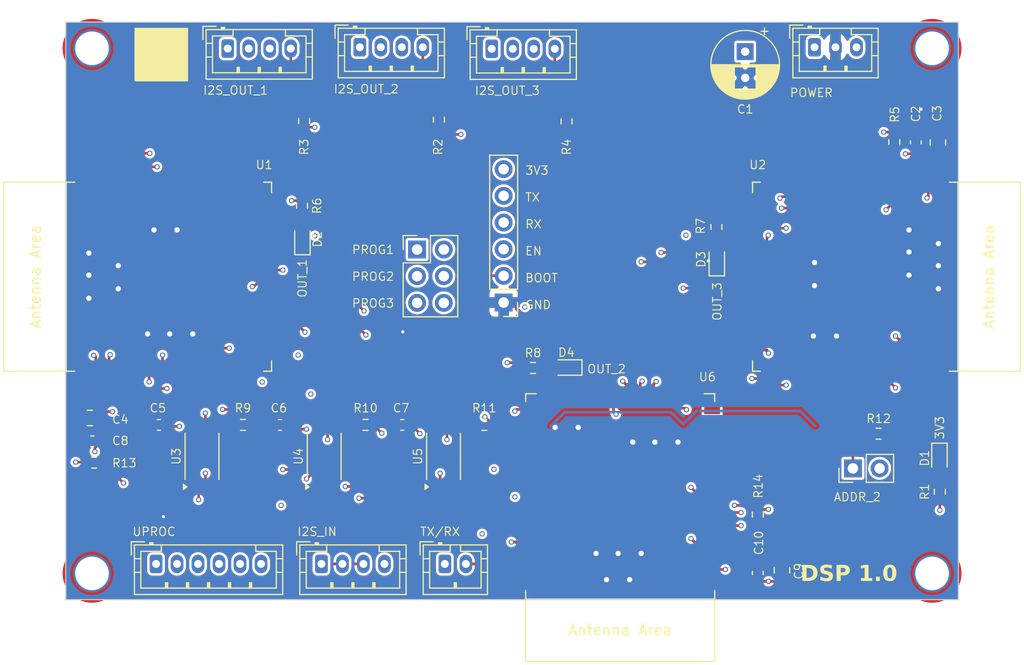
<source format=kicad_pcb>
(kicad_pcb (version 20240108) (generator "pcbnew") (generator_version "8.0")
  (layers (0 "F.Cu" signal) (1 "In1.Cu" signal) (2 "In2.Cu" signal) (31 "B.Cu" signal) (34 "B.Paste" user) (35 "F.Paste" user) (36 "B.SilkS" user "B.Silkscreen") (37 "F.SilkS" user "F.Silkscreen") (38 "B.Mask" user) (39 "F.Mask" user) (44 "Edge.Cuts" user))
  (net 0 "")
  (net 1 "GND")
  (net 2 "3V3")
  (net 3 "5V")
  (net 4 "Net-(D2-A)")
  (net 5 "I2S_IN_LRCLK")
  (net 6 "I2S_IN_DATA")
  (net 7 "I2S_IN_BCLK")
  (net 8 "I2S_OUT_1_DATA")
  (net 9 "I2S_OUT_2_DATA")
  (net 10 "I2S_OUT_3_DATA")
  (net 11 "I2S_IN_MCLK")
  (net 12 "Net-(D4-A)")
  (net 13 "EN1")
  (net 14 "EN")
  (net 15 "TX")
  (net 16 "RX")
  (net 17 "BOOT")
  (net 19 "ADDR")
  (net 20 "SCL")
  (net 21 "SDA")
  (net 22 "PROCESS_1")
  (net 23 "PROCESS_2")
  (net 24 "PROCESS_3")
  (net 25 "Net-(D1-A)")
  (net 26 "Net-(D3-A)")
  (net 64 "EN2")
  (net 65 "EN3")
  (net 66 "Net-(U2-GPIO4{slash}TOUCH4{slash}ADC1_CH3)")
  (net 67 "Net-(U6-GPIO4{slash}TOUCH4{slash}ADC1_CH3)")
  (net 68 "Net-(U3-OUT2)")
  (net 96 "Net-(U1-GPIO4{slash}TOUCH4{slash}ADC1_CH3)")
  (net 97 "I2S_BCLK")
  (net 98 "I2S_MCLK")
  (net 99 "I2S_LRCLK")
  (net 100 "I2S_OUT_MCLK")
  (net 105 "I2S_OUT_BCLK")
  (net 108 "I2S_OUT_LRCLK")
  (net 109 "Net-(U4-OUT2)")
  (net 110 "Net-(U5-OUT2)")
  (footprint "MountingHole:MountingHole_3.2mm_M3_DIN965_Pad_TopOnly" (layer "F.Cu") (at 31.1364 29.765)
    (property "Reference" "H1" (hide yes))
    (property "Value" "MountingHole")
  )
  (footprint "Connector_JST:JST_PH_B6B-PH-K_1x06_P2.00mm_Vertical" (layer "F.Cu") (at 37.2364 78.865)
    (property "Reference" "J8" (hide yes))
    (property "Value" "Conn_01x06_Pin")
  )
  (footprint "MountingHole:MountingHole_3.2mm_M3_DIN965_Pad_TopOnly" (layer "F.Cu") (at 111.1364 29.765)
    (property "Reference" "H2" (hide yes))
    (property "Value" "MountingHole")
  )
  (footprint "Resistor_SMD:R_0603_1608Metric" (layer "F.Cu") (at 90.5964 46.7775 -90)
    (property "Reference" "R7")
    (property "Value" "150R")
  )
  (footprint "Capacitor_SMD:C_0805_2012Metric_Pad1.18x1.45mm_HandSolder" (layer "F.Cu") (at 111.6864 38.74 90)
    (property "Reference" "C3")
    (property "Value" "10u")
  )
  (footprint "Resistor_SMD:R_0603_1608Metric" (layer "F.Cu") (at 64.1739 36.565 90)
    (property "Reference" "R2")
    (property "Value" "22R")
  )
  (footprint "Resistor_SMD:R_0603_1608Metric" (layer "F.Cu") (at 73.1364 60.205)
    (property "Reference" "R8")
    (property "Value" "150R")
  )
  (footprint "PCM_Espressif:ESP32-S3-WROOM-1" (layer "F.Cu") (at 81.4364 72.405 180)
    (property "Reference" "U6")
    (property "Value" "ESP32-S3-WROOM-1")
  )
  (footprint "Resistor_SMD:R_0603_1608Metric" (layer "F.Cu") (at 68.4864 65.6275)
    (property "Reference" "R11")
    (property "Value" "22R")
  )
  (footprint "Resistor_SMD:R_0603_1608Metric" (layer "F.Cu") (at 31.3364 69.215)
    (property "Reference" "R13")
    (property "Value" "4.7K")
  )
  (footprint "MountingHole:MountingHole_3.2mm_M3_DIN965_Pad_TopOnly" (layer "F.Cu") (at 111.1364 79.765)
    (property "Reference" "H4" (hide yes))
    (property "Value" "MountingHole")
  )
  (footprint "Connector_JST:JST_PH_B4B-PH-K_1x04_P2.00mm_Vertical" (layer "F.Cu") (at 69.2031 29.815)
    (property "Reference" "J4" (hide yes))
    (property "Value" "Conn_01x04_Pin")
  )
  (footprint "Resistor_SMD:R_0603_1608Metric" (layer "F.Cu") (at 57.1864 65.6275)
    (property "Reference" "R10")
    (property "Value" "22R")
  )
  (footprint "PCM_Espressif:ESP32-S3-WROOM-1" (layer "F.Cu") (at 103.7864 51.515 -90)
    (property "Reference" "U2")
    (property "Value" "ESP32-S3-WROOM-1")
  )
  (footprint "PCM_Espressif:ESP32-S3-WROOM-1" (layer "F.Cu") (at 38.4864 51.515 90)
    (property "Reference" "U1")
    (property "Value" "ESP32-S3-WROOM-1")
  )
  (footprint "Connector_PinHeader_2.54mm:PinHeader_1x02_P2.54mm_Vertical" (layer "F.Cu") (at 103.5964 69.765 90)
    (property "Reference" "J7" (hide yes))
    (property "Value" "Conn_01x02_Pin")
  )
  (footprint "Resistor_SMD:R_0603_1608Metric" (layer "F.Cu") (at 111.8764 71.99 90)
    (property "Reference" "R1")
    (property "Value" "150R")
  )
  (footprint "Capacitor_SMD:C_0805_2012Metric_Pad1.18x1.45mm_HandSolder" (layer "F.Cu") (at 96.8364 79.465 90)
    (property "Reference" "C9")
    (property "Value" "10u")
  )
  (footprint "Capacitor_SMD:C_0603_1608Metric_Pad1.08x0.95mm_HandSolder" (layer "F.Cu") (at 49.0364 65.6275 180)
    (property "Reference" "C6")
    (property "Value" "0.1u")
  )
  (footprint "Connector_JST:JST_PH_B3B-PH-K_1x03_P2.00mm_Vertical" (layer "F.Cu") (at 99.9364 29.665)
    (property "Reference" "J2" (hide yes))
    (property "Value" "Conn_01x03_Pin")
  )
  (footprint "Resistor_SMD:R_0603_1608Metric" (layer "F.Cu") (at 45.5114 65.6275)
    (property "Reference" "R9")
    (property "Value" "22R")
  )
  (footprint "Connector_JST:JST_PH_B4B-PH-K_1x04_P2.00mm_Vertical" (layer "F.Cu") (at 52.9864 78.865)
    (property "Reference" "J9" (hide yes))
    (property "Value" "Conn_01x04_Pin")
  )
  (footprint "Resistor_SMD:R_0603_1608Metric" (layer "F.Cu") (at 107.5364 38.69 -90)
    (property "Reference" "R5")
    (property "Value" "4.7K")
  )
  (footprint "Capacitor_SMD:C_0603_1608Metric_Pad1.08x0.95mm_HandSolder" (layer "F.Cu") (at 31.1664 67.19 180)
    (property "Reference" "C8")
    (property "Value" "0.1u")
  )
  (footprint "MountingHole:MountingHole_3.2mm_M3_DIN965_Pad_TopOnly" (layer "F.Cu") (at 31.1364 79.765)
    (property "Reference" "H3" (hide yes))
    (property "Value" "MountingHole")
  )
  (footprint "Connector_JST:JST_PH_B4B-PH-K_1x04_P2.00mm_Vertical" (layer "F.Cu") (at 56.6364 29.665)
    (property "Reference" "J1" (hide yes))
    (property "Value" "Conn_01x04_Pin")
  )
  (footprint "Connector_PinHeader_2.54mm:PinHeader_2x03_P2.54mm_Vertical" (layer "F.Cu") (at 62.0964 48.925)
    (property "Reference" "J5" (hide yes))
    (property "Value" "Conn_02x03_Odd_Even")
  )
  (footprint "Diode_SMD:D_0603_1608Metric" (layer "F.Cu") (at 111.8364 68.8525 -90)
    (property "Reference" "D1")
    (property "Value" "BLUE")
  )
  (footprint "Connector_PinHeader_2.54mm:PinHeader_1x06_P2.54mm_Vertical" (layer "F.Cu") (at 70.3364 53.975 180)
    (property "Reference" "J6" (hide yes))
    (property "Value" "Conn_01x06_Pin")
  )
  (footprint "Capacitor_THT:CP_Radial_D6.3mm_P2.50mm" (layer "F.Cu") (at 93.3364 30.082621 -90)
    (property "Reference" "C1")
    (property "Value" "220u")
  )
  (footprint "Diode_SMD:D_0603_1608Metric" (layer "F.Cu") (at 76.3114 60.165 180)
    (property "Reference" "D4")
    (property "Value" "BLUE")
  )
  (footprint "Capacitor_SMD:C_0805_2012Metric_Pad1.18x1.45mm_HandSolder" (layer "F.Cu") (at 30.9364 64.965 180)
    (property "Reference" "C4")
    (property "Value" "10u")
  )
  (footprint "Connector_JST:JST_PH_B2B-PH-K_1x02_P2.00mm_Vertical" (layer "F.Cu") (at 64.7364 78.865)
    (property "Reference" "J10" (hide yes))
    (property "Value" "Conn_01x02_Pin")
  )
  (footprint "Capacitor_SMD:C_0603_1608Metric_Pad1.08x0.95mm_HandSolder" (layer "F.Cu") (at 94.5364 79.7275 90)
    (property "Reference" "C10")
    (property "Value" "0.1u")
  )
  (footprint "Capacitor_SMD:C_0603_1608Metric_Pad1.08x0.95mm_HandSolder" (layer "F.Cu") (at 60.6739 65.6275 180)
    (property "Reference" "C7")
    (property "Value" "0.1u")
  )
  (footprint "Resistor_SMD:R_0603_1608Metric" (layer "F.Cu") (at 76.3241 36.715 90)
    (property "Reference" "R4")
    (property "Value" "22R")
  )
  (footprint "Capacitor_SMD:C_0603_1608Metric_Pad1.08x0.95mm_HandSolder" (layer "F.Cu") (at 37.5114 65.6275 180)
    (property "Reference" "C5")
    (property "Value" "0.1u")
  )
  (footprint "Capacitor_SMD:C_0603_1608Metric_Pad1.08x0.95mm_HandSolder" (layer "F.Cu") (at 109.5864 38.715 90)
    (property "Reference" "C2")
    (property "Value" "0.1u")
  )
  (footprint "Package_SO:TSSOP-8_4.4x3mm_P0.65mm" (layer "F.Cu") (at 64.6114 68.6275 90)
    (property "Reference" "U5")
    (property "Value" "PI6CV304")
  )
  (footprint "Diode_SMD:D_0603_1608Metric" (layer "F.Cu") (at 90.6364 49.9525 90)
    (property "Reference" "D3")
    (property "Value" "BLUE")
  )
  (footprint "Package_SO:TSSOP-8_4.4x3mm_P0.65mm" (layer "F.Cu") (at 41.6114 68.6275 90)
    (property "Reference" "U3")
    (property "Value" "PI6CV304")
  )
  (footprint "Diode_SMD:D_0603_1608Metric" (layer "F.Cu") (at 51.1764 47.94 90)
    (property "Reference" "D2")
    (property "Value" "BLUE")
  )
  (footprint "Connector_JST:JST_PH_B4B-PH-K_1x04_P2.00mm_Vertical" (layer "F.Cu") (at 44.0614 29.79)
    (property "Reference" "J3" (hide yes))
    (property "Value" "Conn_01x04_Pin")
  )
  (footprint "Package_SO:TSSOP-8_4.4x3mm_P0.65mm" (layer "F.Cu") (at 53.2489 68.6275 90)
    (property "Reference" "U4")
    (property "Value" "PI6CV304")
  )
  (footprint "Resistor_SMD:R_0603_1608Metric" (layer "F.Cu") (at 106.0464 66.465)
    (property "Reference" "R12")
    (property "Value" "4.7K")
  )
  (footprint "Resistor_SMD:R_0603_1608Metric" (layer "F.Cu") (at 51.3364 36.69 90)
    (property "Reference" "R3")
    (property "Value" "22R")
  )
  (footprint "Resistor_SMD:R_0603_1608Metric" (layer "F.Cu") (at 94.5364 74.165 -90)
    (property "Reference" "R14")
    (property "Value" "4.7K")
  )
  (footprint "Resistor_SMD:R_0603_1608Metric" (layer "F.Cu") (at 51.1364 44.765 -90)
    (property "Reference" "R6")
    (property "Value" "150R")
  )
  (gr_rect (start 35.2364 27.865) (end 40.2364 32.865) (stroke (width 0.1)) (fill solid) (layer "F.SilkS"))
  (gr_line (start 28.6364 72.265) (end 28.6364 27.265) (stroke (width 0.1)) (layer "Edge.Cuts"))
  (gr_line (start 28.6364 82.265) (end 28.6364 72.265) (stroke (width 0.1)) (layer "Edge.Cuts"))
  (gr_line (start 113.6364 82.265) (end 113.6364 27.265) (stroke (width 0.1)) (layer "Edge.Cuts"))
  (gr_line (start 28.6364 27.265) (end 113.6364 27.265) (stroke (width 0.1)) (layer "Edge.Cuts"))
  (gr_line (start 28.6364 82.265) (end 113.6364 82.265) (stroke (width 0.1)) (layer "Edge.Cuts"))
  (gr_text "3V3" (at 112.3364 67.065 90) (layer "F.SilkS") (effects (font (size 0.8 0.8) (thickness 0.1)) (justify left bottom)))
  (gr_text "DSP 1.0" (at 107.8364 80.74 0) (layer "F.SilkS") (effects (font (size 1.5 1.5) (thickness 0.1) (bold yes)) (justify right bottom)))
  (gr_text "I2S_OUT_3" (at 67.5364 34.265 0) (layer "F.SilkS") (effects (font (size 0.8 0.8) (thickness 0.1)) (justify left bottom)))
  (gr_text "I2S_IN" (at 50.6364 76.265 0) (layer "F.SilkS") (effects (font (size 0.8 0.8) (thickness 0.1)) (justify left bottom)))
  (gr_text "ADDR_2" (at 101.7214 72.965 0) (layer "F.SilkS") (effects (font (size 0.8 0.8) (thickness 0.1)) (justify left bottom)))
  (gr_text "3V3\n" (at 72.3364 41.865 0) (layer "F.SilkS") (effects (font (size 0.8 0.8) (thickness 0.1)) (justify left bottom)))
  (gr_text "OUT_2\n" (at 78.2364 60.773 0) (layer "F.SilkS") (effects (font (size 0.8 0.8) (thickness 0.1)) (justify left bottom)))
  (gr_text "PROG3" (at 55.8364 54.515 0) (layer "F.SilkS") (effects (font (size 0.8 0.8) (thickness 0.1)) (justify left bottom)))
  (gr_text "OUT_1" (at 51.6364 53.565 90) (layer "F.SilkS") (effects (font (size 0.8 0.8) (thickness 0.1)) (justify left bottom)))
  (gr_text "EN" (at 72.3364 49.545 0) (layer "F.SilkS") (effects (font (size 0.8 0.8) (thickness 0.1)) (justify left bottom)))
  (gr_text "PROG1\n" (at 55.8364 49.415 0) (layer "F.SilkS") (effects (font (size 0.8 0.8) (thickness 0.1)) (justify left bottom)))
  (gr_text "BOOT\n" (at 72.3364 52.105 0) (layer "F.SilkS") (effects (font (size 0.8 0.8) (thickness 0.1)) (justify left bottom)))
  (gr_text "OUT_3" (at 91.1364 55.765 90) (layer "F.SilkS") (effects (font (size 0.8 0.8) (thickness 0.1)) (justify left bottom)))
  (gr_text "I2S_OUT_1" (at 41.6614 34.24 0) (layer "F.SilkS") (effects (font (size 0.8 0.8) (thickness 0.1)) (justify left bottom)))
  (gr_text "RX" (at 72.3364 46.985 0) (layer "F.SilkS") (effects (font (size 0.8 0.8) (thickness 0.1)) (justify left bottom)))
  (gr_text "PROG2" (at 55.8364 51.965 0) (layer "F.SilkS") (effects (font (size 0.8 0.8) (thickness 0.1)) (justify left bottom)))
  (gr_text "I2S_OUT_2" (at 54.0989 34.115 0) (layer "F.SilkS") (effects (font (size 0.8 0.8) (thickness 0.1)) (justify left bottom)))
  (gr_text "TX/RX" (at 62.3364 76.265 0) (layer "F.SilkS") (effects (font (size 0.8 0.8) (thickness 0.1)) (justify left bottom)))
  (gr_text "UPROC" (at 34.9364 76.265 0) (layer "F.SilkS") (effects (font (size 0.8 0.8) (thickness 0.1)) (justify left bottom)))
  (gr_text "POWER" (at 97.5364 34.465 0) (layer "F.SilkS") (effects (font (size 0.8 0.8) (thickness 0.1)) (justify left bottom)))
  (gr_text "TX\n" (at 72.3364 44.425 0) (layer "F.SilkS") (effects (font (size 0.8 0.8) (thickness 0.1)) (justify left bottom)))
  (gr_text "GND\n" (at 72.3364 54.665 0) (layer "F.SilkS") (effects (font (size 0.8 0.8) (thickness 0.1)) (justify left bottom)))
  (segment (start 112.8368 40.8479) (end 112.0464 41.6383) (width 0.25) (layer "F.Cu") (net 1))
  (segment (start 38.3598 53.015) (end 38.7731 53.015) (width 0.25) (layer "F.Cu") (net 1))
  (segment (start 103.0864 49.0283) (end 103.4997 48.615) (width 0.25) (layer "F.Cu") (net 1))
  (segment (start 65.5864 71.49) (end 65.5864 70.6128) (width 0.25) (layer "F.Cu") (net 1))
  (segment (start 82.9364 72.945) (end 82.9364 73.5183) (width 0.25) (layer "F.Cu") (net 1))
  (segment (start 58.6036 67.1103) (end 59.0582 67.1103) (width 0.25) (layer "F.Cu") (net 1))
  (segment (start 43.3799 70.6965) (end 40.4073 67.724) (width 0.25) (layer "F.Cu") (net 1))
  (segment (start 70.3364 53.965) (end 71.5631 53.965) (width 0.25) (layer "F.Cu") (net 1))
  (segment (start 36.2087 66.0677) (end 30.3039 66.0677) (width 0.25) (layer "F.Cu") (net 1))
  (segment (start 39.3464 51.615) (end 40.1731 51.615) (width 0.25) (layer "F.Cu") (net 1))
  (segment (start 62.0508 67.0772) (end 59.8114 67.0772) (width 0.25) (layer "F.Cu") (net 1))
  (segment (start 42.9881 57.23) (end 47.9864 57.23) (width 0.25) (layer "F.Cu") (net 1))
  (segment (start 47.9864 44.53) (end 46.9856 44.53) (width 0.25) (layer "F.Cu") (net 1))
  (segment (start 104.3264 50.015) (end 105.7264 50.015) (width 0.25) (layer "F.Cu") (net 1))
  (segment (start 30.2264 64.6375) (end 30.2264 60.265) (width 0.25) (layer "F.Cu") (net 1))
  (segment (start 102.9264 48.765) (end 102.9264 49.0283) (width 0.25) (layer "F.Cu") (net 1))
  (segment (start 92.7364 80.665) (end 94.5364 78.865) (width 0.25) (layer "F.Cu") (net 1))
  (segment (start 112.0464 42.765) (end 112.0464 41.6383) (width 0.25) (layer "F.Cu") (net 1))
  (segment (start 110.0855 35.565) (end 109.5864 36.0641) (width 0.25) (layer "F.Cu") (net 1))
  (segment (start 54.7046 71.0093) (end 54.2239 71.49) (width 0.25) (layer "F.Cu") (net 1))
  (segment (start 82.9364 71.545) (end 84.3364 71.545) (width 0.25) (layer "F.Cu") (net 1))
  (segment (start 74.8498 64.0317) (end 74.4514 64.0317) (width 0.25) (layer "F.Cu") (net 1))
  (segment (start 103.9131 48.615) (end 103.4997 48.615) (width 0.25) (layer "F.Cu") (net 1))
  (segment (start 51.1764 48.7275) (end 49.1131 46.6642) (width 0.25) (layer "F.Cu") (net 1))
  (segment (start 40.1731 51.2166) (end 40.1731 51.615) (width 0.25) (layer "F.Cu") (net 1))
  (segment (start 38.7454 67.724) (end 36.6489 65.6275) (width 0.25) (layer "F.Cu") (net 1))
  (segment (start 59.8114 67.0772) (end 59.8114 65.6275) (width 0.25) (layer "F.Cu") (net 1))
  (segment (start 84.3364 71.545) (end 84.3364 72.1183) (width 0.25) (layer "F.Cu") (net 1))
  (segment (start 102.9264 49.0283) (end 103.0864 49.0283) (width 0.25) (layer "F.Cu") (net 1))
  (segment (start 38.3598 53.015) (end 37.9464 53.015) (width 0.25) (layer "F.Cu") (net 1))
  (segment (start 94.5364 78.865) (end 96.3989 78.865) (width 0.25) (layer "F.Cu") (net 1))
  (segment (start 50.7409 67.0457) (end 49.3171 67.0457) (width 0.25) (layer "F.Cu") (net 1))
  (segment (start 36.5464 54.415) (end 34.9497 54.415) (width 0.25) (layer "F.Cu") (net 1))
  (segment (start 104.3264 50.015) (end 104.3264 50.8417) (width 0.25) (layer "F.Cu") (net 1))
  (segment (start 37.9464 51.615) (end 36.5464 51.615) (width 0.25) (layer "F.Cu") (net 1))
  (segment (start 102.9264 50.015) (end 104.3264 50.015) (width 0.25) (layer "F.Cu") (net 1))
  (segment (start 90.1864 80.665) (end 92.7364 80.665) (width 0.25) (layer "F.Cu") (net 1))
  (segment (start 30.2264 60.265) (end 30.2264 59.1383) (width 0.25) (layer "F.Cu") (net 1))
  (segment (start 30.3039 65.37) (end 30.3039 66.0677) (width 0.25) (layer "F.Cu") (net 1))
  (segment (start 102.9264 49.0283) (end 102.9264 49.4417) (width 0.25) (layer "F.Cu") (net 1))
  (segment (start 81.5364 72.945) (end 82.9364 72.945) (width 0.25) (layer "F.Cu") (net 1))
  (segment (start 82.9364 74.345) (end 84.3364 74.345) (width 0.25) (layer "F.Cu") (net 1))
  (segment (start 39.3464 53.015) (end 39.3464 54.415) (width 0.25) (layer "F.Cu") (net 1))
  (segment (start 54.7046 71.0093) (end 58.6036 67.1103) (width 0.25) (layer "F.Cu") (net 1))
  (segment (start 39.3464 52.6016) (end 39.3464 52.1883) (width 0.25) (layer "F.Cu") (net 1))
  (segment (start 102.9264 51.415) (end 104.3264 51.415) (width 0.25) (layer "F.Cu") (net 1))
  (segment (start 37.9464 53.015) (end 36.5464 53.015) (width 0.25) (layer "F.Cu") (net 1))
  (segment (start 54.7046 71.0093) (end 50.7409 67.0457) (width 0.25) (layer "F.Cu") (net 1))
  (segment (start 75.4856 61.7783) (end 74.4514 61.7783) (width 0.25) (layer "F.Cu") (net 1))
  (segment (start 39.1865 52.6016) (end 38.7731 53.015) (width 0.25) (layer "F.Cu") (net 1))
  (segment (start 39.3464 53.015) (end 39.3464 52.6016) (width 0.25) (layer "F.Cu") (net 1))
  (segment (start 71.5631 54.6292) (end 71.5631 53.965) (width 0.25) (layer "F.Cu") (net 1))
  (segment (start 43.3799 70.6965) (end 48.1739 65.9025) (width 0.25) (layer "F.Cu") (net 1))
  (segment (start 38.7731 54.415) (end 39.3464 54.415) (width 0.25) (layer "F.Cu") (net 1))
  (segment (start 105.7264 51.415) (end 105.7264 52.2417) (width 0.25) (layer "F.Cu") (net 1))
  (segment (start 104.3264 51.415) (end 105.7264 51.415) (width 0.25) (layer "F.Cu") (net 1))
  (segment (start 77.0989 60.165) (end 71.5631 54.6292) (width 0.25) (layer "F.Cu") (net 1))
  (segment (start 39.3464 54.415) (end 40.1731 54.415) (width 0.25) (layer "F.Cu") (net 1))
  (segment (start 38.3598 54.415) (end 37.9464 54.415) (width 0.25) (layer "F.Cu") (net 1))
  (segment (start 82.9364 72.945) (end 84.3364 72.945) (width 0.25) (layer "F.Cu") (net 1))
  (segment (start 59.0582 67.1103) (end 59.0913 67.0772) (width 0.25) (layer "F.Cu") (net 1))
  (segment (start 42.5864 71.49) (end 43.3799 70.6965) (width 0.25) (layer "F.Cu") (net 1))
  (segment (start 102.9264 50.015) (end 102.9264 49.4417) (width 0.25) (layer "F.Cu") (net 1))
  (segment (start 82.9364 71.545) (end 81.5364 71.545) (width 0.25) (layer "F.Cu") (net 1))
  (segment (start 84.3364 72.945) (end 84.3364 72.1183) (width 0.25) (layer "F.Cu") (net 1))
  (segment (start 59.0913 67.0772) (end 59.8114 67.0772) (width 0.25) (layer "F.Cu") (net 1))
  (segment (start 90.6364 50.74) (end 93.1597 48.2167) (width 0.25) (layer "F.Cu") (net 1))
  (segment (start 39.3464 51.615) (end 37.9464 51.615) (width 0.25) (layer "F.Cu") (net 1))
  (segment (start 104.3264 51.415) (end 104.3264 50.8417) (width 0.25) (layer "F.Cu") (net 1))
  (segment (start 74.4514 62.905) (end 74.4514 64.0317) (width 0.25) (layer "F.Cu") (net 1))
  (segment (start 82.9364 74.345) (end 82.9364 73.5183) (width 0.25) (layer "F.Cu") (net 1))
  (segment (start 112.8368 39.1763) (end 112.8368 40.8479) (width 0.25) (layer "F.Cu") (net 1))
  (segment (start 77.0989 60.165) (end 75.4856 61.7783) (width 0.25) (layer "F.Cu") (net 1))
  (segment (start 30.3039 66.0677) (end 30.3039 67.19) (width 0.25) (layer "F.Cu") (net 1))
  (segment (start 109.5864 36.0641) (end 109.5864 37.8525) (width 0.25) (layer "F.Cu") (net 1))
  (segment (start 89.7489 80.665) (end 89.0597 80.665) (width 0.25) (layer "F.Cu") (net 1))
  (segment (start 65.5864 70.6128) (end 62.0508 67.0772) (width 0.25) (layer "F.Cu") (net 1))
  (segment (start 40.4073 67.724) (end 38.7454 67.724) (width 0.25) (layer "F.Cu") (net 1))
  (segment (start 38.3598 54.415) (end 38.7731 54.415) (width 0.25) (layer "F.Cu") (net 1))
  (segment (start 74.4514 62.8246) (end 74.4514 61.7783) (width 0.25) (layer "F.Cu") (net 1))
  (segment (start 39.3464 52.6016) (end 39.1865 52.6016) (width 0.25) (layer "F.Cu") (net 1))
  (segment (start 109.5864 37.8525) (end 111.321 37.8525) (width 0.25) (layer "F.Cu") (net 1))
  (segment (start 81.5364 74.345) (end 82.9364 74.345) (width 0.25) (layer "F.Cu") (net 1))
  (segment (start 59.8114 65.6275) (end 62.6143 62.8246) (width 0.25) (layer "F.Cu") (net 1))
  (segment (start 94.2864 45.8) (end 93.1597 45.8) (width 0.25) (layer "F.Cu") (net 1))
  (segment (start 93.1597 48.2167) (end 93.1597 45.8) (width 0.25) (layer "F.Cu") (net 1))
  (segment (start 39.3464 51.615) (end 39.3464 52.1883) (width 0.25) (layer "F.Cu") (net 1))
  (segment (start 49.3171 67.0457) (end 48.1739 65.9025) (width 0.25) (layer "F.Cu") (net 1))
  (segment (start 46.9856 44.53) (end 46.8597 44.53) (width 0.25) (layer "F.Cu") (net 1))
  (segment (start 89.8255 50.0007) (end 90.5648 50.74) (width 0.25) (layer "F.Cu") (net 1))
  (segment (start 47.9864 44.53) (end 49.1131 44.53) (width 0.25) (layer "F.Cu") (net 1))
  (segment (start 49.1131 46.6642) (end 49.1131 44.53) (width 0.25) (layer "F.Cu") (net 1))
  (segment (start 103.9131 48.615) (end 104.3264 48.615) (width 0.25) (layer "F.Cu") (net 1))
  (segment (start 111.513 37.8525) (end 112.8368 39.1763) (width 0.25) (layer "F.Cu") (net 1))
  (segment (start 104.3264 48.615) (end 105.7264 48.615) (width 0.25) (layer "F.Cu") (net 1))
  (segment (start 37.9464 54.415) (end 36.5464 54.415) (width 0.25) (layer "F.Cu") (net 1))
  (segment (start 62.6143 62.8246) (end 74.4514 62.8246) (width 0.25) (layer "F.Cu") (net 1))
  (segment (start 81.5364 71.545) (end 81.5364 70.7183) (width 0.25) (layer "F.Cu") (net 1))
  (segment (start 36.6489 65.6275) (end 36.2087 66.0677) (width 0.25) (layer "F.Cu") (net 1))
  (via (at 38.5364 56.965) (size 1) (drill 0.5) (layers "F.Cu" "B.Cu") (net 1))
  (via (at 82.6364 67.265) (size 1) (drill 0.5) (layers "F.Cu" "B.Cu") (net 1))
  (via (at 37.0364 47.065) (size 1) (drill 0.5) (layers "F.Cu" "B.Cu") (net 1))
  (via (at 86.9364 67.265) (size 1) (drill 0.5) (layers "F.Cu" "B.Cu") (net 1))
  (via (at 82.3364 80.365) (size 1) (drill 0.5) (layers "F.Cu" "B.Cu") (net 1))
  (via (at 89.8255 50.0007) (size 0.5) (drill 0.3) (layers "F.Cu" "B.Cu") (net 1))
  (via (at 60.7364 56.765) (size 0.5) (drill 0.3) (layers "F.Cu" "B.Cu") (net 1))
  (via (at 84.7364 67.265) (size 1) (drill 0.5) (layers "F.Cu" "B.Cu") (net 1))
  (via (at 111.7364 52.665) (size 1) (drill 0.5) (layers "F.Cu" "B.Cu") (net 1))
  (via (at 80.1364 80.365) (size 1) (drill 0.5) (layers "F.Cu" "B.Cu") (net 1))
  (via (at 33.6364 50.465) (size 1) (drill 0.5) (layers "F.Cu" "B.Cu") (net 1))
  (via (at 77.4364 65.865) (size 1) (drill 0.5) (layers "F.Cu" "B.Cu") (net 1))
  (via (at 81.2364 77.865) (size 1) (drill 0.5) (layers "F.Cu" "B.Cu") (net 1))
  (via (at 99.9364 52.365) (size 1) (drill 0.5) (layers "F.Cu" "B.Cu") (net 1))
  (via (at 79.1364 77.865) (size 1) (drill 0.5) (layers "F.Cu" "B.Cu") (net 1))
  (via (at 36.4364 56.965) (size 1) (drill 0.5) (layers "F.Cu" "B.Cu") (net 1))
  (via (at 108.9364 51.365) (size 1) (drill 0.5) (layers "F.Cu" "B.Cu") (net 1))
  (via (at 83.4364 77.865) (size 1) (drill 0.5) (layers "F.Cu" "B.Cu") (net 1))
  (via (at 99.9364 50.165) (size 1) (drill 0.5) (layers "F.Cu" "B.Cu") (net 1))
  (via (at 37.9364 74.365) (size 0.5) (drill 0.3) (layers "F.Cu" "B.Cu") (net 1))
  (via (at 40.7364 56.965) (size 1) (drill 0.5) (layers "F.Cu" "B.Cu") (net 1))
  (via (at 99.8364 57.165) (size 1) (drill 0.5) (layers "F.Cu" "B.Cu") (net 1))
  (via (at 30.8364 49.265) (size 1) (drill 0.5) (layers "F.Cu" "B.Cu") (net 1))
  (via (at 75.2364 65.865) (size 1) (drill 0.5) (layers "F.Cu" "B.Cu") (net 1))
  (via (at 108.9364 49.165) (size 1) (drill 0.5) (layers "F.Cu" "B.Cu") (net 1))
  (via (at 30.8364 53.565) (size 1) (drill 0.5) (layers "F.Cu" "B.Cu") (net 1))
  (via (at 30.8364 51.365) (size 1) (drill 0.5) (layers "F.Cu" "B.Cu") (net 1))
  (via (at 110.0855 35.565) (size 0.5) (drill 0.3) (layers "F.Cu" "B.Cu") (net 1))
  (via (at 39.2364 47.065) (size 1) (drill 0.5) (layers "F.Cu" "B.Cu") (net 1))
  (via (at 33.6364 52.665) (size 1) (drill 0.5) (layers "F.Cu" "B.Cu") (net 1))
  (via (at 111.7364 50.465) (size 1) (drill 0.5) (layers "F.Cu" "B.Cu") (net 1))
  (via (at 108.9364 47.065) (size 1) (drill 0.5) (layers "F.Cu" "B.Cu") (net 1))
  (via (at 102.0364 57.165) (size 1) (drill 0.5) (layers "F.Cu" "B.Cu") (net 1))
  (via (at 111.7364 48.365) (size 1) (drill 0.5) (layers "F.Cu" "B.Cu") (net 1))
  (segment (start 87.1514 62.905) (end 87.1514 64.0317) (width 0.25) (layer "F.Cu") (net 2))
  (segment (start 31.4098 68.176) (end 31.4098 67.8091) (width 0.25) (layer "F.Cu") (net 2))
  (segment (start 51.5687 70.7732) (end 51.9665 70.3754) (width 0.25) (layer "F.Cu") (net 2))
  (segment (start 110.7764 42.765) (end 110.7764 43.8917) (width 0.25) (layer "F.Cu") (net 2))
  (segment (start 31.4306 59.1383) (end 31.4964 59.1383) (width 0.25) (layer "F.Cu") (net 2))
  (segment (start 111.6864 39.7775) (end 109.7864 39.7775) (width 0.25) (layer "F.Cu") (net 2))
  (segment (start 33.086 64.365) (end 32.5739 64.365) (width 0.25) (layer "F.Cu") (net 2))
  (segment (start 95.5479 73.6771) (end 94.8735 73.6771) (width 0.25) (layer "F.Cu") (net 2))
  (segment (start 95.5614 80.528) (end 96.8109 80.528) (width 0.25) (layer "F.Cu") (net 2))
  (segment (start 111.8764 73.7489) (end 111.8764 72.815) (width 0.25) (layer "F.Cu") (net 2))
  (segment (start 110.6495 44.0186) (end 110.7764 43.8917) (width 0.25) (layer "F.Cu") (net 2))
  (segment (start 87.5985 64.0317) (end 87.1514 64.0317) (width 0.25) (layer "F.Cu") (net 2))
  (segment (start 95.5614 80.528) (end 94.5984 80.528) (width 0.25) (layer "F.Cu") (net 2))
  (segment (start 94.8735 73.6771) (end 94.5364 73.34) (width 0.25) (layer "F.Cu") (net 2))
  (segment (start 31.4098 67.8091) (end 32.0289 67.19) (width 0.25) (layer "F.Cu") (net 2))
  (segment (start 91.455 79.395) (end 90.1864 79.395) (width 0.25) (layer "F.Cu") (net 2))
  (segment (start 53.5739 67.0253) (end 53.5739 65.765) (width 0.25) (layer "F.Cu") (net 2))
  (segment (start 51.5687 66.0339) (end 50.3053 66.0339) (width 0.25) (layer "F.Cu") (net 2))
  (segment (start 64.9364 65.765) (end 64.9364 67.033) (width 0.25) (layer "F.Cu") (net 2))
  (segment (start 64.2864 70.2395) (end 64.2864 71.49) (width 0.25) (layer "F.Cu") (net 2))
  (segment (start 52.5995 70.3754) (end 52.9239 70.6998) (width 0.25) (layer "F.Cu") (net 2))
  (segment (start 95.4131 58.6566) (end 95.5548 58.7983) (width 0.25) (layer "F.Cu") (net 2))
  (segment (start 62.3602 66.4513) (end 61.5364 65.6275) (width 0.25) (layer "F.Cu") (net 2))
  (segment (start 94.2864 58.5) (end 95.4131 58.5) (width 0.25) (layer "F.Cu") (net 2))
  (segment (start 50.3053 66.0339) (end 49.8989 65.6275) (width 0.25) (layer "F.Cu") (net 2))
  (segment (start 87.7431 64.1763) (end 87.5985 64.0317) (width 0.25) (layer "F.Cu") (net 2))
  (segment (start 31.2967 59.0044) (end 31.4306 59.1383) (width 0.25) (layer "F.Cu") (net 2))
  (segment (start 32.5739 64.365) (end 31.9739 64.965) (width 0.25) (layer "F.Cu") (net 2))
  (segment (start 31.4964 60.265) (end 31.4964 59.1383) (width 0.25) (layer "F.Cu") (net 2))
  (segment (start 41.2864 72.7525) (end 41.2864 71.49) (width 0.25) (layer "F.Cu") (net 2))
  (segment (start 106.5331 37.7462) (end 107.4176 37.7462) (width 0.25) (layer "F.Cu") (net 2))
  (segment (start 52.9239 70.6998) (end 52.9239 71.49) (width 0.25) (layer "F.Cu") (net 2))
  (segment (start 51.9665 70.3754) (end 52.5995 70.3754) (width 0.25) (layer "F.Cu") (net 2))
  (segment (start 39.4561 65.7644) (end 38.5108 65.7644) (width 0.25) (layer "F.Cu") (net 2))
  (segment (start 108.5977 39.8105) (end 109.3534 39.8105) (width 0.25) (layer "F.Cu") (net 2))
  (segment (start 41.9364 64.5026) (end 41.9364 65.765) (width 0.25) (layer "F.Cu") (net 2))
  (segment (start 29.5815 69.165) (end 30.4614 69.165) (width 0.25) (layer "F.Cu") (net 2))
  (segment (start 95.4131 58.5) (end 95.4131 58.6566) (width 0.25) (layer "F.Cu") (net 2))
  (via (at 110.6495 44.0186) (size 0.5) (drill 0.3) (layers "F.Cu" "B.Cu") (net 2))
  (via (at 106.5331 37.7462) (size 0.5) (drill 0.3) (layers "F.Cu" "B.Cu") (net 2))
  (via (at 41.2864 72.7525) (size 0.5) (drill 0.3) (layers "F.Cu" "B.Cu") (net 2))
  (via (at 95.5479 73.6771) (size 0.5) (drill 0.3) (layers "F.Cu" "B.Cu") (net 2))
  (via (at 95.5614 80.528) (size 0.5) (drill 0.3) (layers "F.Cu" "B.Cu") (net 2))
  (via (at 64.9364 67.033) (size 0.5) (drill 0.3) (layers "F.Cu" "B.Cu") (net 2))
  (via (at 108.5977 39.8105) (size 0.5) (drill 0.3) (layers "F.Cu" "B.Cu") (net 2))
  (via (at 91.455 79.395) (size 0.5) (drill 0.3) (layers "F.Cu" "B.Cu") (net 2))
  (via (at 29.5815 69.165) (size 0.5) (drill 0.3) (layers "F.Cu" "B.Cu") (net 2))
  (via (at 31.4098 68.176) (size 0.5) (drill 0.3) (layers "F.Cu" "B.Cu") (net 2))
  (via (at 41.9364 64.5026) (size 0.5) (drill 0.3) (layers "F.Cu" "B.Cu") (net 2))
  (via (at 62.3602 66.4513) (size 0.5) (drill 0.3) (layers "F.Cu" "B.Cu") (net 2))
  (via (at 95.5548 58.7983) (size 0.5) (drill 0.3) (layers "F.Cu" "B.Cu") (net 2))
  (via (at 39.4561 65.7644) (size 0.5) (drill 0.3) (layers "F.Cu" "B.Cu") (net 2))
  (via (at 33.086 64.365) (size 0.5) (drill 0.3) (layers "F.Cu" "B.Cu") (net 2))
  (via (at 51.5687 70.7732) (size 0.5) (drill 0.3) (layers "F.Cu" "B.Cu") (net 2))
  (via (at 51.5687 66.0339) (size 0.5) (drill 0.3) (layers "F.Cu" "B.Cu") (net 2))
  (via (at 111.8764 73.7489) (size 0.5) (drill 0.3) (layers "F.Cu" "B.Cu") (net 2))
  (via (at 87.7431 64.1763) (size 0.5) (drill 0.3) (layers "F.Cu" "B.Cu") (net 2))
  (via (at 53.5739 67.0253) (size 0.5) (drill 0.3) (layers "F.Cu" "B.Cu") (net 2))
  (via (at 64.2864 70.2395) (size 0.5) (drill 0.3) (layers "F.Cu" "B.Cu") (net 2))
  (via (at 31.2967 59.0044) (size 0.5) (drill 0.3) (layers "F.Cu" "B.Cu") (net 2))
  (segment (start 51.1364 47.1125) (end 51.1364 45.59) (width 0.25) (layer "F.Cu") (net 4))
  (segment (start 56.0097 77.8883) (end 56.0097 78.865) (width 0.25) (layer "F.Cu") (net 5))
  (segment (start 56.9864 78.865) (end 56.0097 78.865) (width 0.25) (layer "F.Cu") (net 5))
  (segment (start 52.2739 71.49) (end 52.2739 74.1525) (width 0.25) (layer "F.Cu") (net 5))
  (segment (start 52.2739 74.1525) (end 56.0097 77.8883) (width 0.25) (layer "F.Cu") (net 5))
  (segment (start 84.8586 61.4876) (end 84.6114 61.7348) (width 0.25) (layer "F.Cu") (net 6))
  (segment (start 94.2864 48.34) (end 95.4131 48.34) (width 0.25) (layer "F.Cu") (net 6))
  (segment (start 95.4131 48.34) (end 95.4131 47.6942) (width 0.25) (layer "F.Cu") (net 6))
  (segment (start 54.8401 54.69) (end 57.2151 57.065) (width 0.25) (layer "F.Cu") (net 6))
  (segment (start 95.4131 47.6942) (end 95.5407 47.5666) (width 0.25) (layer "F.Cu") (net 6))
  (segment (start 47.9864 54.69) (end 54.8401 54.69) (width 0.25) (layer "F.Cu") (net 6))
  (segment (start 84.6114 61.7348) (end 84.6114 62.905) (width 0.25) (layer "F.Cu") (net 6))
  (via (at 57.2151 57.065) (size 0.5) (drill 0.3) (layers "F.Cu" "B.Cu") (net 6))
  (via (at 87.6931 47.565) (size 0.5) (drill 0.3) (layers "F.Cu" "B.Cu") (net 6))
  (via (at 84.8586 61.4876) (size 0.5) (drill 0.3) (layers "F.Cu" "B.Cu") (net 6))
  (via (at 95.5407 47.5666) (size 0.5) (drill 0.3) (layers "F.Cu" "B.Cu") (net 6))
  (segment (start 54.0097 77.9626) (end 54.0097 78.865) (width 0.25) (layer "F.Cu") (net 7))
  (segment (start 53.0616 77.0145) (end 54.0097 77.9626) (width 0.25) (layer "F.Cu") (net 7))
  (segment (start 40.6364 71.49) (end 40.6364 73.0796) (width 0.25) (layer "F.Cu") (net 7))
  (segment (start 54.9864 78.865) (end 54.0097 78.865) (width 0.25) (layer "F.Cu") (net 7))
  (segment (start 44.5713 77.0145) (end 53.0616 77.0145) (width 0.25) (layer "F.Cu") (net 7))
  (segment (start 40.6364 73.0796) (end 44.5713 77.0145) (width 0.25) (layer "F.Cu") (net 7))
  (segment (start 50.0614 29.79) (end 50.0614 34.59) (width 0.25) (layer "F.Cu") (net 8))
  (segment (start 50.0614 34.59) (end 51.3364 35.865) (width 0.25) (layer "F.Cu") (net 8))
  (segment (start 62.6364 29.665) (end 62.6364 34.2025) (width 0.25) (layer "F.Cu") (net 9))
  (segment (start 62.6364 34.2025) (end 64.1739 35.74) (width 0.25) (layer "F.Cu") (net 9))
  (segment (start 75.2031 34.769) (end 76.3241 35.89) (width 0.25) (layer "F.Cu") (net 10))
  (segment (start 75.2031 29.815) (end 75.2031 34.769) (width 0.25) (layer "F.Cu") (net 10))
  (segment (start 63.6364 71.49) (end 55.263 71.49) (width 0.25) (layer "F.Cu") (net 11))
  (via (at 55.263 71.49) (size 0.5) (drill 0.3) (layers "F.Cu" "B.Cu") (net 11))
  (segment (start 75.5239 60.165) (end 74.0014 60.165) (width 0.25) (layer "F.Cu") (net 12))
  (segment (start 32.1864 69.215) (end 34.1364 71.165) (width 0.25) (layer "F.Cu") (net 13))
  (segment (start 32.7664 59.0343) (end 32.7664 60.265) (width 0.25) (layer "F.Cu") (net 13))
  (segment (start 32.8607 58.94) (end 32.7664 59.0343) (width 0.25) (layer "F.Cu") (net 13))
  (via (at 32.8607 58.94) (size 0.5) (drill 0.3) (layers "F.Cu" "B.Cu") (net 13))
  (via (at 34.1364 71.165) (size 0.5) (drill 0.3) (layers "F.Cu" "B.Cu") (net 13))
  (segment (start 108.2364 60.265) (end 108.2364 57.7502) (width 0.25) (layer "F.Cu") (net 15))
  (segment (start 71.0686 76.7782) (end 71.4829 76.7782) (width 0.25) (layer "F.Cu") (net 15))
  (segment (start 36.0364 39.765) (end 36.6364 39.765) (width 0.25) (layer "F.Cu") (net 15))
  (segment (start 34.0364 42.765) (end 34.0364 41.765) (width 0.25) (layer "F.Cu") (net 15))
  (segment (start 108.2364 57.7502) (end 107.6512 57.165) (width 0.25) (layer "F.Cu") (net 15))
  (segment (start 72.6864 76.855) (end 71.5597 76.855) (width 0.25) (layer "F.Cu") (net 15))
  (segment (start 71.4829 76.7782) (end 71.5597 76.855) (width 0.25) (layer "F.Cu") (net 15))
  (segment (start 34.0364 41.765) (end 36.0364 39.765) (width 0.25) (layer "F.Cu") (net 15))
  (via (at 71.0686 76.7782) (size 0.5) (drill 0.3) (layers "F.Cu" "B.Cu") (net 15))
  (via (at 107.6512 57.165) (size 0.5) (drill 0.3) (layers "F.Cu" "B.Cu") (net 15))
  (via (at 72.3616 54.4087) (size 0.5) (drill 0.3) (layers "F.Cu" "B.Cu") (net 15))
  (via (at 36.6364 39.765) (size 0.5) (drill 0.3) (layers "F.Cu" "B.Cu") (net 15))
  (segment (start 66.7364 78.865) (end 67.7131 78.865) (width 0.25) (layer "F.Cu") (net 16))
  (segment (start 106.9664 61.4052) (end 106.9664 60.265) (width 0.25) (layer "F.Cu") (net 16))
  (segment (start 35.3064 42.765) (end 35.3064 41.765) (width 0.25) (layer "F.Cu") (net 16))
  (segment (start 67.7131 78.865) (end 70.9931 75.585) (width 0.25) (layer "F.Cu") (net 16))
  (segment (start 70.9931 75.585) (end 72.6864 75.585) (width 0.25) (layer "F.Cu") (net 16))
  (segment (start 36.020523 41.050877) (end 37.339841 41.050877) (width 0.25) (layer "F.Cu") (net 16))
  (segment (start 107.6512 62.09) (end 106.9664 61.4052) (width 0.25) (layer "F.Cu") (net 16))
  (segment (start 35.3064 41.765) (end 36.020523 41.050877) (width 0.25) (layer "F.Cu") (net 16))
  (via (at 107.6512 62.09) (size 0.5) (drill 0.3) (layers "F.Cu" "B.Cu") (net 16))
  (via (at 69.4145 69.8568) (size 0.5) (drill 0.3) (layers "F.Cu" "B.Cu") (net 16))
  (via (at 37.339841 41.050877) (size 0.5) (drill 0.3) (layers "F.Cu" "B.Cu") (net 16))
  (segment (start 72.6864 64.155) (end 71.5597 64.155) (width 0.25) (layer "F.Cu") (net 17))
  (segment (start 46.7364 42.765) (end 60.4497 42.765) (width 0.25) (layer "F.Cu") (net 17))
  (segment (start 71.4022 64.3125) (end 71.5597 64.155) (width 0.25) (layer "F.Cu") (net 17))
  (segment (start 70.3364 51.425) (end 69.1097 51.425) (width 0.25) (layer "F.Cu") (net 17))
  (segment (start 60.4497 42.765) (end 69.1097 51.425) (width 0.25) (layer "F.Cu") (net 17))
  (segment (start 94.5923 61.2091) (end 95.5364 60.265) (width 0.25) (layer "F.Cu") (net 17))
  (segment (start 93.9804 61.2091) (end 94.5923 61.2091) (width 0.25) (layer "F.Cu") (net 17))
  (via (at 51.9717 62.69) (size 0.5) (drill 0.3) (layers "F.Cu" "B.Cu") (net 17))
  (via (at 71.4022 64.3125) (size 0.5) (drill 0.3) (layers "F.Cu" "B.Cu") (net 17))
  (via (at 93.9804 61.2091) (size 0.5) (drill 0.3) (layers "F.Cu" "B.Cu") (net 17))
  (segment (start 94.4607 46.8957) (end 97.2314 46.8957) (width 0.25) (layer "F.Cu") (net 19))
  (segment (start 47.9864 55.96) (end 50.5883 55.96) (width 0.25) (layer "F.Cu") (net 19))
  (segment (start 103.5964 69.765) (end 103.5964 68.09) (width 0.25) (layer "F.Cu") (net 19))
  (segment (start 85.8814 61.7783) (end 93.6633 61.7783) (width 0.25) (layer "F.Cu") (net 19))
  (segment (start 85.8814 62.905) (end 85.8814 61.7783) (width 0.25) (layer "F.Cu") (net 19))
  (segment (start 103.5964 68.09) (end 105.2214 66.465) (width 0.25) (layer "F.Cu") (net 19))
  (segment (start 93.6633 61.7783) (end 93.7208 61.8358) (width 0.25) (layer "F.Cu") (net 19))
  (segment (start 93.7208 61.8358) (end 97.2314 61.8358) (width 0.25) (layer "F.Cu") (net 19))
  (segment (start 50.5883 55.96) (end 51.4204 56.7921) (width 0.25) (layer "F.Cu") (net 19))
  (via (at 52.3605 47.615) (size 0.5) (drill 0.3) (layers "F.Cu" "B.Cu") (net 19))
  (via (at 97.2314 46.8957) (size 0.5) (drill 0.3) (layers "F.Cu" "B.Cu") (net 19))
  (via (at 51.4204 56.7921) (size 0.5) (drill 0.3) (layers "F.Cu" "B.Cu") (net 19))
  (via (at 97.2314 61.8358) (size 0.5) (drill 0.3) (layers "F.Cu" "B.Cu") (net 19))
  (segment (start 92.9444 73.965) (end 91.6631 73.965) (width 0.25) (layer "F.Cu") (net 20))
  (segment (start 90.1864 74.315) (end 91.3131 74.315) (width 0.25) (layer "F.Cu") (net 20))
  (segment (start 105.6964 43.8917) (end 96.7949 43.8917) (width 0.25) (layer "F.Cu") (net 20))
  (segment (start 105.6964 42.765) (end 105.6964 43.8917) (width 0.25) (layer "F.Cu") (net 20))
  (segment (start 96.7949 43.8917) (end 96.6499 44.0367) (width 0.25) (layer "F.Cu") (net 20))
  (segment (start 91.6631 73.965) (end 91.3131 74.315) (width 0.25) (layer "F.Cu") (net 20))
  (segment (start 36.5764 60.265) (end 36.5764 61.5258) (width 0.25) (layer "F.Cu") (net 20))
  (via (at 92.9444 73.965) (size 0.5) (drill 0.3) (layers "F.Cu" "B.Cu") (net 20))
  (via (at 36.5764 61.5258) (size 0.5) (drill 0.3) (layers "F.Cu" "B.Cu") (net 20))
  (via (at 96.6499 44.0367) (size 0.5) (drill 0.3) (layers "F.Cu" "B.Cu") (net 20))
  (segment (start 36.072 62.1573) (end 38.2597 62.1573) (width 0.25) (layer "F.Cu") (net 21))
  (segment (start 35.3064 60.265) (end 35.3064 61.3917) (width 0.25) (layer "F.Cu") (net 21))
  (segment (start 91.679 75.2191) (end 91.3131 75.585) (width 0.25) (layer "F.Cu") (net 21))
  (segment (start 92.9444 75.2191) (end 91.679 75.2191) (width 0.25) (layer "F.Cu") (net 21))
  (segment (start 35.3064 61.3917) (end 36.072 62.1573) (width 0.25) (layer "F.Cu") (net 21))
  (segment (start 106.9664 43.8917) (end 105.8773 44.9808) (width 0.25) (layer "F.Cu") (net 21))
  (segment (start 106.9664 42.765) (end 106.9664 43.8917) (width 0.25) (layer "F.Cu") (net 21))
  (segment (start 90.1864 75.585) (end 91.3131 75.585) (width 0.25) (layer "F.Cu") (net 21))
  (segment (start 105.8773 44.9808) (end 96.8008 44.9808) (width 0.25) (layer "F.Cu") (net 21))
  (via (at 96.8008 44.9808) (size 0.5) (drill 0.3) (layers "F.Cu" "B.Cu") (net 21))
  (via (at 92.9444 75.2191) (size 0.5) (drill 0.3) (layers "F.Cu" "B.Cu") (net 21))
  (via (at 38.2597 62.1573) (size 0.5) (drill 0.3) (layers "F.Cu" "B.Cu") (net 21))
  (segment (start 37.8464 58.9821) (end 37.8511 58.9774) (width 0.25) (layer "F.Cu") (net 22))
  (segment (start 37.8464 60.265) (end 37.8464 58.9821) (width 0.25) (layer "F.Cu") (net 22))
  (segment (start 50.803 44.2734) (end 50.142 44.2734) (width 0.25) (layer "F.Cu") (net 22))
  (segment (start 51.1364 43.94) (end 50.803 44.2734) (width 0.25) (layer "F.Cu") (net 22))
  (via (at 50.142 44.2734) (size 0.5) (drill 0.3) (layers "F.Cu" "B.Cu") (net 22))
  (via (at 37.8511 58.9774) (size 0.5) (drill 0.3) (layers "F.Cu" "B.Cu") (net 22))
  (via (at 50.7627 58.9774) (size 0.5) (drill 0.3) (layers "F.Cu" "B.Cu") (net 22))
  (segment (start 71.8079 59.7015) (end 72.3114 60.205) (width 0.25) (layer "F.Cu") (net 23))
  (segment (start 70.6788 59.7015) (end 71.8079 59.7015) (width 0.25) (layer "F.Cu") (net 23))
  (segment (start 90.1864 73.045) (end 89.0597 73.045) (width 0.25) (layer "F.Cu") (net 23))
  (segment (start 89.0597 73.045) (end 89.0597 72.4479) (width 0.25) (layer "F.Cu") (net 23))
  (segment (start 89.0597 72.4479) (end 88.1768 71.565) (width 0.25) (layer "F.Cu") (net 23))
  (via (at 71.4071 72.4857) (size 0.5) (drill 0.3) (layers "F.Cu" "B.Cu") (net 23))
  (via (at 88.1768 71.565) (size 0.5) (drill 0.3) (layers "F.Cu" "B.Cu") (net 23))
  (via (at 70.6788 59.7015) (size 0.5) (drill 0.3) (layers "F.Cu" "B.Cu") (net 23))
  (segment (start 94.9106 41.6383) (end 90.5964 45.9525) (width 0.25) (layer "F.Cu") (net 24))
  (segment (start 104.4264 42.765) (end 104.4264 41.6383) (width 0.25) (layer "F.Cu") (net 24))
  (segment (start 104.4264 41.6383) (end 94.9106 41.6383) (width 0.25) (layer "F.Cu") (net 24))
  (segment (start 111.8364 69.64) (end 111.8364 71.125) (width 0.25) (layer "F.Cu") (net 25))
  (segment (start 90.5964 49.125) (end 90.5964 47.6025) (width 0.25) (layer "F.Cu") (net 26))
  (segment (start 93.651 75.7871) (end 93.651 74.99) (width 0.25) (layer "F.Cu") (net 64))
  (segment (start 93.1955 73.2896) (end 92.3109 73.2896) (width 0.25) (layer "F.Cu") (net 64))
  (segment (start 93.651 73.7451) (end 93.1955 73.2896) (width 0.25) (layer "F.Cu") (net 64))
  (segment (start 93.651 74.99) (end 94.5364 74.99) (width 0.25) (layer "F.Cu") (net 64))
  (segment (start 90.1864 78.125) (end 91.3131 78.125) (width 0.25) (layer "F.Cu") (net 64))
  (segment (start 91.3131 78.125) (end 93.651 75.7871) (width 0.25) (layer "F.Cu") (net 64))
  (segment (start 93.651 74.99) (end 93.651 73.7451) (width 0.25) (layer "F.Cu") (net 64))
  (via (at 92.3109 73.2896) (size 0.5) (drill 0.3) (layers "F.Cu" "B.Cu") (net 64))
  (via (at 49.1486 73.2896) (size 0.5) (drill 0.3) (layers "F.Cu" "B.Cu") (net 64))
  (segment (start 109.5064 42.765) (end 109.5064 43.8917) (width 0.25) (layer "F.Cu") (net 65))
  (segment (start 107.9982 43.8917) (end 106.752 45.1379) (width 0.25) (layer "F.Cu") (net 65))
  (segment (start 107.5364 39.6683) (end 109.5064 41.6383) (width 0.25) (layer "F.Cu") (net 65))
  (segment (start 109.5064 43.8917) (end 107.9982 43.8917) (width 0.25) (layer "F.Cu") (net 65))
  (segment (start 109.5064 42.2016) (end 109.5064 41.6383) (width 0.25) (layer "F.Cu") (net 65))
  (via (at 106.752 45.1379) (size 0.5) (drill 0.3) (layers "F.Cu" "B.Cu") (net 65))
  (segment (start 80.08787 36.54) (end 80.20787 36.54) (width 0.25) (layer "F.Cu") (net 66))
  (segment (start 85.24787 36.78) (end 85.24787 38.3) (width 0.25) (layer "F.Cu") (net 66))
  (segment (start 81.28787 36.54) (end 81.40787 36.54) (width 0.25) (layer "F.Cu") (net 66))
  (segment (start 79.84787 37.3) (end 79.84787 36.78) (width 0.25) (layer "F.Cu") (net 66))
  (segment (start 76.3241 37.54) (end 79.60787 37.54) (width 0.25) (layer "F.Cu") (net 66))
  (segment (start 89.68787 36.54) (end 89.80787 36.54) (width 0.25) (layer "F.Cu") (net 66))
  (segment (start 83.68787 36.54) (end 83.80787 36.54) (width 0.25) (layer "F.Cu") (net 66))
  (segment (start 86.68787 38.54) (end 86.80787 38.54) (width 0.25) (layer "F.Cu") (net 66))
  (segment (start 81.88787 38.54) (end 82.00787 38.54) (width 0.25) (layer "F.Cu") (net 66))
  (segment (start 88.84787 36.78) (end 88.84787 38.3) (width 0.25) (layer "F.Cu") (net 66))
  (segment (start 83.08787 38.54) (end 83.20787 38.54) (width 0.25) (layer "F.Cu") (net 66))
  (segment (start 104.1381 37.54) (end 108.2364 41.6383) (width 0.25) (layer "F.Cu") (net 66))
  (segment (start 83.44787 38.3) (end 83.44787 36.78) (width 0.25) (layer "F.Cu") (net 66))
  (segment (start 81.04787 38.3) (end 81.04787 36.78) (width 0.25) (layer "F.Cu") (net 66))
  (segment (start 81.64787 36.78) (end 81.64787 38.3) (width 0.25) (layer "F.Cu") (net 66))
  (segment (start 84.28787 38.54) (end 84.40787 38.54) (width 0.25) (layer "F.Cu") (net 66))
  (segment (start 91.00787 37.54) (end 104.1381 37.54) (width 0.25) (layer "F.Cu") (net 66))
  (segment (start 88.48787 36.54) (end 88.60787 36.54) (width 0.25) (layer "F.Cu") (net 66))
  (segment (start 82.48787 36.54) (end 82.60787 36.54) (width 0.25) (layer "F.Cu") (net 66))
  (segment (start 87.64787 36.78) (end 87.64787 38.3) (width 0.25) (layer "F.Cu") (net 66))
  (segment (start 84.04787 36.78) (end 84.04787 38.3) (width 0.25) (layer "F.Cu") (net 66))
  (segment (start 90.88787 37.54) (end 91.00787 37.54) (width 0.25) (layer "F.Cu") (net 66))
  (segment (start 89.44787 38.3) (end 89.44787 36.78) (width 0.25) (layer "F.Cu") (net 66))
  (segment (start 87.88787 38.54) (end 88.00787 38.54) (width 0.25) (layer "F.Cu") (net 66))
  (segment (start 108.2364 41.6383) (end 108.2364 42.765) (width 0.25) (layer "F.Cu") (net 66))
  (segment (start 80.44787 36.78) (end 80.44787 38.3) (width 0.25) (layer "F.Cu") (net 66))
  (segment (start 86.44787 36.78) (end 86.44787 38.3) (width 0.25) (layer "F.Cu") (net 66))
  (segment (start 84.64787 38.3) (end 84.64787 36.78) (width 0.25) (layer "F.Cu") (net 66))
  (segment (start 90.64787 38.3) (end 90.64787 37.78) (width 0.25) (layer "F.Cu") (net 66))
  (segment (start 90.04787 36.78) (end 90.04787 38.3) (width 0.25) (layer "F.Cu") (net 66))
  (segment (start 90.28787 38.54) (end 90.40787 38.54) (width 0.25) (layer "F.Cu") (net 66))
  (segment (start 82.84787 36.78) (end 82.84787 38.3) (width 0.25) (layer "F.Cu") (net 66))
  (segment (start 80.68787 38.54) (end 80.80787 38.54) (width 0.25) (layer "F.Cu") (net 66))
  (segment (start 87.04787 38.3) (end 87.04787 36.78) (width 0.25) (layer "F.Cu") (net 66))
  (segment (start 88.24787 38.3) (end 88.24787 36.78) (width 0.25) (layer "F.Cu") (net 66))
  (segment (start 84.88787 36.54) (end 85.00787 36.54) (width 0.25) (layer "F.Cu") (net 66))
  (segment (start 85.48787 38.54) (end 85.60787 38.54) (width 0.25) (layer "F.Cu") (net 66))
  (segment (start 87.28787 36.54) (end 87.40787 36.54) (width 0.25) (layer "F.Cu") (net 66))
  (segment (start 89.08787 38.54) (end 89.20787 38.54) (width 0.25) (layer "F.Cu") (net 66))
  (segment (start 82.24787 38.3) (end 82.24787 36.78) (width 0.25) (layer "F.Cu") (net 66))
  (segment (start 86.08787 36.54) (end 86.20787 36.54) (width 0.25) (layer "F.Cu") (net 66))
  (segment (start 85.84787 38.3) (end 85.84787 36.78) (width 0.25) (layer "F.Cu") (net 66))
  (arc (start 81.04787 36.78) (mid 81.118164 36.610294) (end 81.28787 36.54) (width 0.25) (layer "F.Cu") (net 66))
  (arc (start 88.24787 36.78) (mid 88.318164 36.610294) (end 88.48787 36.54) (width 0.25) (layer "F.Cu") (net 66))
  (arc (start 86.20787 36.54) (mid 86.377576 36.610294) (end 86.44787 36.78) (width 0.25) (layer "F.Cu") (net 66))
  (arc (start 87.40787 36.54) (mid 87.577576 36.610294) (end 87.64787 36.78) (width 0.25) (layer "F.Cu") (net 66))
  (arc (start 86.44787 38.3) (mid 86.518164 38.469706) (end 86.68787 38.54) (width 0.25) (layer "F.Cu") (net 66))
  (arc (start 89.80787 36.54) (mid 89.977576 36.610294) (end 90.04787 36.78) (width 0.25) (layer "F.Cu") (net 66))
  (arc (start 82.60787 36.54) (mid 82.777576 36.610294) (end 82.84787 36.78) (width 0.25) (layer "F.Cu") (net 66))
  (arc (start 79.60787 37.54) (mid 79.777576 37.469706) (end 79.84787 37.3) (width 0.25) (layer "F.Cu") (net 66))
  (arc (start 84.64787 36.78) (mid 84.718164 36.610294) (end 84.88787 36.54) (width 0.25) (layer "F.Cu") (net 66))
  (arc (start 86.80787 38.54) (mid 86.977576 38.469706) (end 87.04787 38.3) (width 0.25) (layer "F.Cu") (net 66))
  (arc (start 82.00787 38.54) (mid 82.177576 38.469706) (end 82.24787 38.3) (width 0.25) (layer "F.Cu") (net 66))
  (arc (start 80.20787 36.54) (mid 80.377576 36.610294) (end 80.44787 36.78) (width 0.25) (layer "F.Cu") (net 66))
  (arc (start 88.00787 38.54) (mid 88.177576 38.469706) (end 88.24787 38.3) (width 0.25) (layer "F.Cu") (net 66))
  (arc (start 90.40787 38.54) (mid 90.577576 38.469706) (end 90.64787 38.3) (width 0.25) (layer "F.Cu") (net 66))
  (arc (start 87.04787 36.78) (mid 87.118164 36.610294) (end 87.28787 36.54) (width 0.25) (layer "F.Cu") (net 66))
  (arc (start 87.64787 38.3) (mid 87.718164 38.469706) (end 87.88787 38.54) (width 0.25) (layer "F.Cu") (net 66))
  (arc (start 85.84787 36.78) (mid 85.918164 36.610294) (end 86.08787 36.54) (width 0.25) (layer "F.Cu") (net 66))
  (arc (start 83.20787 38.54) (mid 83.377576 38.469706) (end 83.44787 38.3) (width 0.25) (layer "F.Cu") (net 66))
  (arc (start 85.24787 38.3) (mid 85.318164 38.469706) (end 85.48787 38.54) (width 0.25) (layer "F.Cu") (net 66))
  (arc (start 79.84787 36.78) (mid 79.918164 36.610294) (end 80.08787 36.54) (width 0.25) (layer "F.Cu") (net 66))
  (arc (start 89.44787 36.78) (mid 89.518164 36.610294) (end 89.68787 36.54) (width 0.25) (layer "F.Cu") (net 66))
  (arc (start 82.24787 36.78) (mid 82.318164 36.610294) (end 82.48787 36.54) (width 0.25) (layer "F.Cu") (net 66))
  (arc (start 85.60787 38.54) (mid 85.777576 38.469706) (end 85.84787 38.3) (width 0.25) (layer "F.Cu") (net 66))
  (arc (start 84.40787 38.54) (mid 84.577576 38.469706) (end 84.64787 38.3) (width 0.25) (layer "F.Cu") (net 66))
  (arc (start 85.00787 36.54) (mid 85.177576 36.610294) (end 85.24787 36.78) (width 0.25) (layer "F.Cu") (net 66))
  (arc (start 90.04787 38.3) (mid 90.118164 38.469706) (end 90.28787 38.54) (width 0.25) (layer "F.Cu") (net 66))
  (arc (start 81.40787 36.54) (mid 81.577576 36.610294) (end 81.64787 36.78) (width 0.25) (layer "F.Cu") (net 66))
  (arc (start 82.84787 38.3) (mid 82.918164 38.469706) (end 83.08787 38.54) (width 0.25) (layer "F.Cu") (net 66))
  (arc (start 84.04787 38.3) (mid 84.118164 38.469706) (end 84.28787 38.54) (width 0.25) (layer "F.Cu") (net 66))
  (arc (start 88.84787 38.3) (mid 88.918164 38.469706) (end 89.08787 38.54) (width 0.25) (layer "F.Cu") (net 66))
  (arc (start 88.60787 36.54) (mid 88.777576 36.610294) (end 88.84787 36.78) (width 0.25) (layer "F.Cu") (net 66))
  (arc (start 89.20787 38.54) (mid 89.377576 38.469706) (end 89.44787 38.3) (width 0.25) (layer "F.Cu") (net 66))
  (arc (start 83.44787 36.78) (mid 83.518164 36.610294) (end 83.68787 36.54) (width 0.25) (layer "F.Cu") (net 66))
  (arc (start 90.64787 37.78) (mid 90.718164 37.610294) (end 90.88787 37.54) (width 0.25) (layer "F.Cu") (net 66))
  (arc (start 81.64787 38.3) (mid 81.718164 38.469706) (end 81.88787 38.54) (width 0.25) (layer "F.Cu") (net 66))
  (arc (start 83.80787 36.54) (mid 83.977576 36.610294) (end 84.04787 36.78) (width 0.25) (layer "F.Cu") (net 66))
  (arc (start 80.44787 38.3) (mid 80.518164 38.469706) (end 80.68787 38.54) (width 0.25) (layer "F.Cu") (net 66))
  (arc (start 80.80787 38.54) (mid 80.977576 38.469706) (end 81.04787 38.3) (width 0.25) (layer "F.Cu") (net 66))
  (segment (start 90.1864 76.855) (end 88.5773 76.855) (width 0.25) (layer "F.Cu") (net 67))
  (segment (start 64.7489 37.965) (end 64.1739 37.39) (width 0.25) (layer "F.Cu") (net 67))
  (segment (start 88.5773 76.855) (end 88.1768 76.4545) (width 0.25) (layer "F.Cu") (net 67))
  (segment (start 66.2681 37.965) (end 64.7489 37.965) (width 0.25) (layer "F.Cu") (net 67))
  (via (at 66.2681 37.965) (size 0.5) (drill 0.3) (layers "F.Cu" "B.Cu") (net 67))
  (via (at 68.2831 75.9986) (size 0.5) (drill 0.3) (layers "F.Cu" "B.Cu") (net 67))
  (via (at 88.1768 76.4545) (size 0.5) (drill 0.3) (layers "F.Cu" "B.Cu") (net 67))
  (segment (start 42.5864 65.765) (end 44.5489 65.765) (width 0.25) (layer "F.Cu") (net 68))
  (segment (start 34.0364 59.1383) (end 34.8599 58.3148) (width 0.25) (layer "F.Cu") (net 96))
  (segment (start 34.8599 58.3148) (end 44.2063 58.3148) (width 0.25) (layer "F.Cu") (net 96))
  (segment (start 52.3458 37.2816) (end 51.5698 37.2816) (width 0.25) (layer "F.Cu") (net 96))
  (segment (start 34.0364 60.265) (end 34.0364 59.1383) (width 0.25) (layer "F.Cu") (net 96))
  (via (at 44.2063 58.3148) (size 0.5) (drill 0.3) (layers "F.Cu" "B.Cu") (net 96))
  (via (at 52.3458 37.2816) (size 0.5) (drill 0.3) (layers "F.Cu" "B.Cu") (net 96))
  (segment (start 46.5606 52.4491) (end 46.4065 52.4491) (width 0.25) (layer "F.Cu") (net 97))
  (segment (start 82.0714 62.905) (end 82.0714 61.7783) (width 0.25) (layer "F.Cu") (net 97))
  (segment (start 91.8025 52.1033) (end 89.8275 52.1033) (width 0.25) (layer "F.Cu") (net 97))
  (segment (start 81.9871 61.7783) (end 81.67 61.4612) (width 0.25) (layer "F.Cu") (net 97))
  (segment (start 87.8239 50.0997) (end 83.4428 50.0997) (width 0.25) (layer "F.Cu") (net 97))
  (segment (start 82.0714 61.7783) (end 81.9871 61.7783) (width 0.25) (layer "F.Cu") (net 97))
  (segment (start 93.0258 50.88) (end 91.8025 52.1033) (width 0.25) (layer "F.Cu") (net 97))
  (segment (start 47.9864 52.15) (end 46.8597 52.15) (width 0.25) (layer "F.Cu") (net 97))
  (segment (start 89.8275 52.1033) (end 87.8239 50.0997) (width 0.25) (layer "F.Cu") (net 97))
  (segment (start 41.9364 71.49) (end 41.9364 70.2292) (width 0.25) (layer "F.Cu") (net 97))
  (segment (start 94.2864 50.88) (end 93.0258 50.88) (width 0.25) (layer "F.Cu") (net 97))
  (segment (start 46.8597 52.15) (end 46.5606 52.4491) (width 0.25) (layer "F.Cu") (net 97))
  (via (at 46.4065 52.4491) (size 0.5) (drill 0.3) (layers "F.Cu" "B.Cu") (net 97))
  (via (at 83.4428 50.0997) (size 0.5) (drill 0.3) (layers "F.Cu" "B.Cu") (net 97))
  (via (at 41.9364 70.2292) (size 0.5) (drill 0.3) (layers "F.Cu" "B.Cu") (net 97))
  (via (at 47.3439 61.5398) (size 0.5) (drill 0.3) (layers "F.Cu" "B.Cu") (net 97))
  (via (at 81.67 61.4612) (size 0.5) (drill 0.3) (layers "F.Cu" "B.Cu") (net 97))
  (segment (start 64.9364 72.3536) (end 64.6854 72.6046) (width 0.25) (layer "F.Cu") (net 98))
  (segment (start 91.1681 51.6016) (end 90.0355 51.6016) (width 0.25) (layer "F.Cu") (net 98))
  (segment (start 94.2864 49.61) (end 93.1597 49.61) (width 0.25) (layer "F.Cu") (net 98))
  (segment (start 47.9864 53.42) (end 55.6914 53.42) (width 0.25) (layer "F.Cu") (net 98))
  (segment (start 93.1597 49.61) (end 91.1681 51.6016) (width 0.25) (layer "F.Cu") (net 98))
  (segment (start 83.3414 62.905) (end 83.3414 61.6404) (width 0.25) (layer "F.Cu") (net 98))
  (segment (start 87.6404 49.2065) (end 85.3323 49.2065) (width 0.25) (layer "F.Cu") (net 98))
  (segment (start 64.9364 71.49) (end 64.9364 72.3536) (width 0.25) (layer "F.Cu") (net 98))
  (segment (start 64.6854 72.6046) (end 56.5574 72.6046) (width 0.25) (layer "F.Cu") (net 98))
  (segment (start 83.3414 61.6404) (end 83.5218 61.46) (width 0.25) (layer "F.Cu") (net 98))
  (segment (start 55.6914 53.42) (end 57.044596 54.773196) (width 0.25) (layer "F.Cu") (net 98))
  (segment (start 90.0355 51.6016) (end 87.6404 49.2065) (width 0.25) (layer "F.Cu") (net 98))
  (via (at 57.044596 54.773196) (size 0.5) (drill 0.3) (layers "F.Cu" "B.Cu") (net 98))
  (via (at 56.5574 72.6046) (size 0.5) (drill 0.3) (layers "F.Cu" "B.Cu") (net 98))
  (via (at 83.5218 61.46) (size 0.5) (drill 0.3) (layers "F.Cu" "B.Cu") (net 98))
  (via (at 85.3323 49.2065) (size 0.5) (drill 0.3) (layers "F.Cu" "B.Cu") (net 98))
  (segment (start 53.5739 71.49) (end 53.5739 70.6264) (width 0.25) (layer "F.Cu") (net 99))
  (segment (start 47.9864 50.88) (end 49.1131 50.88) (width 0.25) (layer "F.Cu") (net 99))
  (segment (start 81.0362 64.61) (end 80.8014 64.3752) (width 0.25) (layer "F.Cu") (net 99))
  (segment (start 94.2864 52.15) (end 92.4655 52.15) (width 0.25) (layer "F.Cu") (net 99))
  (segment (start 92.4655 52.15) (end 92.0089 52.6066) (width 0.25) (layer "F.Cu") (net 99))
  (segment (start 80.8014 64.3752) (end 80.8014 62.905) (width 0.25) (layer "F.Cu") (net 99))
  (segment (start 53.5739 70.6264) (end 52.8212 69.8737) (width 0.25) (layer "F.Cu") (net 99))
  (segment (start 49.1131 50.88) (end 49.3087 50.88) (width 0.25) (layer "F.Cu") (net 99))
  (segment (start 92.0089 52.6066) (end 87.4379 52.6066) (width 0.25) (layer "F.Cu") (net 99))
  (segment (start 52.8212 69.8737) (end 49.3087 69.8737) (width 0.25) (layer "F.Cu") (net 99))
  (via (at 87.4379 52.6066) (size 0.5) (drill 0.3) (layers "F.Cu" "B.Cu") (net 99))
  (via (at 81.0362 64.61) (size 0.5) (drill 0.3) (layers "F.Cu" "B.Cu") (net 99))
  (via (at 49.3087 50.88) (size 0.5) (drill 0.3) (layers "F.Cu" "B.Cu") (net 99))
  (via (at 49.3087 69.8737) (size 0.5) (drill 0.3) (layers "F.Cu" "B.Cu") (net 99))
  (segment (start 98.5958 64.3077) (end 100.0031 65.715) (width 0.25) (layer "B.Cu") (net 99))
  (segment (start 76.1328 64.4186) (end 86.29 64.4186) (width 0.25) (layer "B.Cu") (net 99))
  (segment (start 88.6937 64.3077) (end 98.5958 64.3077) (width 0.25) (layer "B.Cu") (net 99))
  (segment (start 86.29 64.4186) (end 87.4364 65.565) (width 0.25) (layer "B.Cu") (net 99))
  (segment (start 74.8614 65.69) (end 76.1328 64.4186) (width 0.25) (layer "B.Cu") (net 99))
  (segment (start 87.4364 65.565) (end 88.6937 64.3077) (width 0.25) (layer "B.Cu") (net 99))
  (segment (start 69.3114 65.6248) (end 68.5503 64.8637) (width 0.25) (layer "F.Cu") (net 100))
  (via (at 68.5503 64.8637) (size 0.5) (drill 0.3) (layers "F.Cu" "B.Cu") (net 100))
  (segment (start 44.8672 64.1583) (end 43.5663 64.1583) (width 0.25) (layer "F.Cu") (net 105))
  (segment (start 46.3364 65.6275) (end 44.8672 64.1583) (width 0.25) (layer "F.Cu") (net 105))
  (via (at 43.5663 64.1583) (size 0.5) (drill 0.3) (layers "F.Cu" "B.Cu") (net 105))
  (segment (start 58.7329 66.418) (end 58.0114 65.6965) (width 0.25) (layer "F.Cu") (net 108))
  (via (at 58.7329 66.418) (size 0.5) (drill 0.3) (layers "F.Cu" "B.Cu") (net 108))
  (segment (start 54.2239 65.765) (end 56.2239 65.765) (width 0.25) (layer "F.Cu") (net 109))
  (segment (start 65.5864 65.765) (end 67.5239 65.765) (width 0.25) (layer "F.Cu") (net 110))
  (zone (net 1) (net_name "GND") (layers "F.Cu" "In1.Cu" "B.Cu") (connect_pads (clearance 0.25)) (min_thickness 0.25) (fill yes (thermal_gap 0.5) (thermal_bridge_width 1))
    (polygon (pts (xy 27.0364 25.165) (xy 114.4364 25.165) (xy 116.6364 27.365) (xy 116.6364 82.665) (xy 27.7364 82.665) (xy 25.7364 80.665) (xy 25.7364 26.465)))
  )
)
</source>
